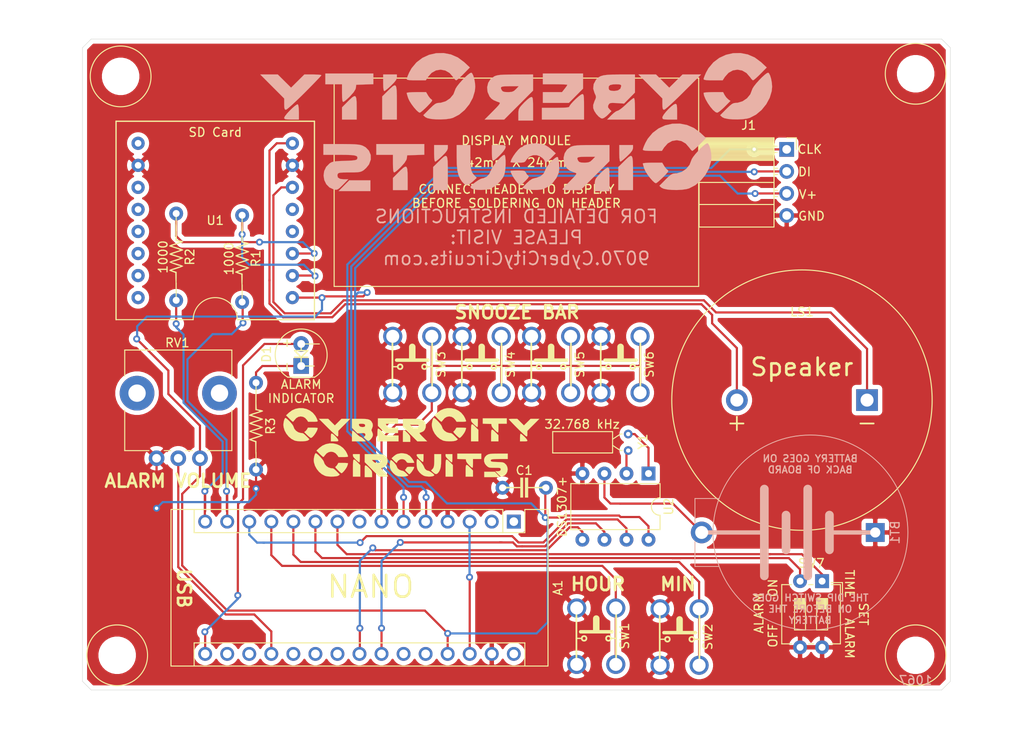
<source format=kicad_pcb>
(kicad_pcb (version 20171130) (host pcbnew "(5.1.9)-1")
  (layers (0 F.Cu signal) (31 B.Cu signal) (34 B.Paste user) (35 F.Paste user) (36 B.SilkS user) (37 F.SilkS user) (38 B.Mask user) (39 F.Mask user) (44 Edge.Cuts user))
  (net 0 "")
  (net 1 TX)
  (net 2 "Net-(A1-Pad17)")
  (net 3 RX)
  (net 4 AREF)
  (net 5 RESET)
  (net 6 A0)
  (net 7 GND)
  (net 8 A1)
  (net 9 D02)
  (net 10 A2)
  (net 11 D03)
  (net 12 A3)
  (net 13 D06)
  (net 14 A6)
  (net 15 ALARM_EN)
  (net 16 A7)
  (net 17 D08)
  (net 18 5V+)
  (net 19 D09)
  (net 20 "Net-(A1-Pad30)")
  (net 21 "Net-(D1-Pad1)")
  (net 22 SPKR+)
  (net 23 SPKR-)
  (net 24 "Net-(R1-Pad1)")
  (net 25 "Net-(R2-Pad1)")
  (net 26 Phono_Out_R)
  (net 27 Phono_Out_L)
  (net 28 "Net-(U1-Pad16)")
  (net 29 "Net-(U1-Pad15)")
  (net 30 "Net-(U1-Pad14)")
  (net 31 "Net-(U1-Pad13)")
  (net 32 "Net-(U1-Pad12)")
  (net 33 "Net-(U1-Pad11)")
  (net 34 "Net-(U1-Pad9)")
  (net 35 DFPLAYER_RX)
  (net 36 DFPLAYER_TX)
  (net 37 D10)
  (net 38 BLINK)
  (net 39 RTC_SDA)
  (net 40 RTC_SCL)
  (net 41 "Net-(BT1-Pad1)")
  (net 42 "Net-(U2-Pad1)")
  (net 43 "Net-(U2-Pad2)")
  (net 44 D04)
  (net 45 D05)
  (module Button_Switch_THT:SW_DIP_SPSTx02_Slide_6.7x6.64mm_W7.62mm_P2.54mm_LowProfile (layer F.Cu) (at 135.22 124.96 270)
    (fp_text reference SW7 (at -2.06 1.25 180) (layer F.SilkS))
    (fp_text value SW_DIP_x02)
    (pad 4 thru_hole oval (at 7.62 0 270) (size 1.6 1.6) (drill 0.8) (layers *.Cu *.Mask) (net 7 GND))
    (pad 2 thru_hole oval (at 0 2.54 270) (size 1.6 1.6) (drill 0.8) (layers *.Cu *.Mask) (net 15 ALARM_EN))
    (pad 3 thru_hole oval (at 7.62 2.54 270) (size 1.6 1.6) (drill 0.8) (layers *.Cu *.Mask) (net 7 GND))
    (pad 1 thru_hole rect (at 0 0 270) (size 1.6 1.6) (drill 0.8) (layers *.Cu *.Mask) (net 13 D06))
  )
  (module "CCC_Schematic_Footprints:Schematic - Capacitor 5.0mm" (layer F.Cu) (at 100.9 114.2)
    (fp_text reference C1 (at 0 -2 unlocked) (layer F.SilkS))
    (fp_text value 0.1uF)
    (pad 1 thru_hole circle (at -2.5 0) (size 1.6 1.6) (drill 0.8) (layers *.Cu *.Mask) (net 7 GND))
    (pad 2 thru_hole circle (at 2.5 0 90) (size 1.6 1.6) (drill 0.8) (layers *.Cu *.Mask) (net 18 5V+))
  )
  (module "CCC_Drawings:Logo - Cyber City Circuits - Two Line 30mm" (layer F.Cu) (at 87.884 108.966)
    (fp_text reference G*** hide)
    (fp_text value LOGO hide)
  )
  (module "CCC_Schematic_Footprints:Schematic - Push Button 6.5x4.5" (layer F.Cu) (at 112 100 270)
    (fp_text reference SW6 (at 0 -3.302 90 unlocked) (layer F.SilkS))
    (fp_text value SW_Push)
    (pad 2 thru_hole circle (at 3.25 2.25 270) (size 2.2 2.2) (drill 1.5) (layers *.Cu *.Mask) (net 7 GND))
    (pad 2 thru_hole circle (at -3.25 2.25 270) (size 2.2 2.2) (drill 1.5) (layers *.Cu *.Mask) (net 7 GND))
    (pad 1 thru_hole circle (at 3.25 -2.25 270) (size 2.2 2.2) (drill 1.5) (layers *.Cu *.Mask) (net 44 D04))
    (pad 1 thru_hole circle (at -3.25 -2.25 270) (size 2.2 2.2) (drill 1.5) (layers *.Cu *.Mask) (net 44 D04))
  )
  (module "CCC_Schematic_Footprints:Schematic - Push Button 6.5x4.5" (layer F.Cu) (at 104 100 270)
    (fp_text reference SW5 (at 0 -3.302 90 unlocked) (layer F.SilkS))
    (fp_text value SW_Push)
    (pad 2 thru_hole circle (at 3.25 2.25 270) (size 2.2 2.2) (drill 1.5) (layers *.Cu *.Mask) (net 7 GND))
    (pad 2 thru_hole circle (at -3.25 2.25 270) (size 2.2 2.2) (drill 1.5) (layers *.Cu *.Mask) (net 7 GND))
    (pad 1 thru_hole circle (at 3.25 -2.25 270) (size 2.2 2.2) (drill 1.5) (layers *.Cu *.Mask) (net 44 D04))
    (pad 1 thru_hole circle (at -3.25 -2.25 270) (size 2.2 2.2) (drill 1.5) (layers *.Cu *.Mask) (net 44 D04))
  )
  (module "CCC_Schematic_Footprints:Schematic - Push Button 6.5x4.5" (layer F.Cu) (at 96 100 270)
    (fp_text reference SW4 (at 0 -3.302 90 unlocked) (layer F.SilkS))
    (fp_text value SW_Push)
    (pad 2 thru_hole circle (at 3.25 2.25 270) (size 2.2 2.2) (drill 1.5) (layers *.Cu *.Mask) (net 7 GND))
    (pad 2 thru_hole circle (at -3.25 2.25 270) (size 2.2 2.2) (drill 1.5) (layers *.Cu *.Mask) (net 7 GND))
    (pad 1 thru_hole circle (at 3.25 -2.25 270) (size 2.2 2.2) (drill 1.5) (layers *.Cu *.Mask) (net 44 D04))
    (pad 1 thru_hole circle (at -3.25 -2.25 270) (size 2.2 2.2) (drill 1.5) (layers *.Cu *.Mask) (net 44 D04))
  )
  (module "CCC_Schematic_Footprints:Schematic - Push Button 6.5x4.5" (layer F.Cu) (at 88 100 270)
    (fp_text reference SW3 (at 0 -3.302 90 unlocked) (layer F.SilkS))
    (fp_text value SW_Push)
    (pad 2 thru_hole circle (at 3.25 2.25 270) (size 2.2 2.2) (drill 1.5) (layers *.Cu *.Mask) (net 7 GND))
    (pad 2 thru_hole circle (at -3.25 2.25 270) (size 2.2 2.2) (drill 1.5) (layers *.Cu *.Mask) (net 7 GND))
    (pad 1 thru_hole circle (at 3.25 -2.25 270) (size 2.2 2.2) (drill 1.5) (layers *.Cu *.Mask) (net 44 D04))
    (pad 1 thru_hole circle (at -3.25 -2.25 270) (size 2.2 2.2) (drill 1.5) (layers *.Cu *.Mask) (net 44 D04))
  )
  (module CCC-Parts-Library:TM1637-4-Digit-Display (layer F.Cu) (at 100 79)
    (fp_text reference J1 (at 26.76 -6.56) (layer F.SilkS))
    (fp_text value Conn_01x04_Female)
    (fp_text user "42mm X 24mm" (at 0 -2.26) (layer F.SilkS))
    (fp_text user "DISPLAY MODULE" (at 0 -4.8) (layer F.SilkS))
    (fp_text user CLK (at 33.8 -3.8) (layer F.SilkS))
    (fp_text user DI (at 33.2 -1.2) (layer F.SilkS))
    (fp_text user V+ (at 33.6 1.4) (layer F.SilkS))
    (fp_text user GND (at 34 3.9) (layer F.SilkS))
    (pad 1 thru_hole rect (at 31.14 -3.79) (size 1.7 1.7) (drill 1) (layers *.Cu *.Mask) (net 11 D03))
    (pad 2 thru_hole oval (at 31.14 -1.25) (size 1.7 1.7) (drill 1) (layers *.Cu *.Mask) (net 9 D02))
    (pad 3 thru_hole oval (at 31.14 1.29) (size 1.7 1.7) (drill 1) (layers *.Cu *.Mask) (net 18 5V+))
    (pad 4 thru_hole oval (at 31.14 3.83) (size 1.7 1.7) (drill 1) (layers *.Cu *.Mask) (net 7 GND))
  )
  (module CCC_Schematic_Footprints:Speaker_Large_Fuet (layer F.Cu) (at 132.9 104.1)
    (fp_text reference LS1 (at 0 -10.16) (layer F.SilkS))
    (fp_text value Speaker)
    (fp_text user + (at -7.5 2.54) (layer F.SilkS) (effects (font (size 2 2) (thickness 0.2))))
    (fp_text user - (at 7.5 2.54) (layer F.SilkS) (effects (font (size 2 2) (thickness 0.2))))
    (fp_text user Speaker (at 0 -3.81) (layer F.SilkS) (effects (font (size 2 2) (thickness 0.3))))
    (pad 1 thru_hole circle (at -7.5 0) (size 2.5 2.5) (drill 1.5) (layers *.Cu *.Mask) (net 23 SPKR-))
    (pad 2 thru_hole rect (at 7.5 0) (size 2.5 2.5) (drill 1.5) (layers *.Cu *.Mask) (net 22 SPKR+))
  )
  (module CCC-Parts-Library:DFPlayer_V2 (layer F.Cu) (at 65.3 83.4 180)
    (fp_text reference U1 (at 0 0) (layer F.SilkS))
    (fp_text value DFPlayer)
    (fp_text user "SD Card" (at 0 10.16) (layer F.SilkS))
    (pad 1 thru_hole circle (at -8.89 -8.89 180) (size 1.524 1.524) (drill 0.762) (layers *.Cu *.Mask) (net 18 5V+))
    (pad 2 thru_hole circle (at -8.89 -6.35 180) (size 1.524 1.524) (drill 0.762) (layers *.Cu *.Mask) (net 24 "Net-(R1-Pad1)"))
    (pad 3 thru_hole circle (at -8.89 -3.81 180) (size 1.524 1.524) (drill 0.762) (layers *.Cu *.Mask) (net 25 "Net-(R2-Pad1)"))
    (pad 4 thru_hole circle (at -8.89 -1.27 180) (size 1.524 1.524) (drill 0.762) (layers *.Cu *.Mask) (net 26 Phono_Out_R))
    (pad 5 thru_hole circle (at -8.89 1.27 180) (size 1.524 1.524) (drill 0.762) (layers *.Cu *.Mask) (net 27 Phono_Out_L))
    (pad 6 thru_hole circle (at -8.89 3.81 180) (size 1.524 1.524) (drill 0.762) (layers *.Cu *.Mask) (net 22 SPKR+))
    (pad 7 thru_hole circle (at -8.89 6.35 180) (size 1.524 1.524) (drill 0.762) (layers *.Cu *.Mask) (net 7 GND))
    (pad 8 thru_hole circle (at -8.89 8.89 180) (size 1.524 1.524) (drill 0.762) (layers *.Cu *.Mask) (net 23 SPKR-))
    (pad 16 thru_hole circle (at 8.89 -8.89 180) (size 1.524 1.524) (drill 0.762) (layers *.Cu *.Mask) (net 28 "Net-(U1-Pad16)"))
    (pad 15 thru_hole circle (at 8.89 -6.35 180) (size 1.524 1.524) (drill 0.762) (layers *.Cu *.Mask) (net 29 "Net-(U1-Pad15)"))
    (pad 14 thru_hole circle (at 8.89 -3.81 180) (size 1.524 1.524) (drill 0.762) (layers *.Cu *.Mask) (net 30 "Net-(U1-Pad14)"))
    (pad 13 thru_hole circle (at 8.89 -1.27 180) (size 1.524 1.524) (drill 0.762) (layers *.Cu *.Mask) (net 31 "Net-(U1-Pad13)"))
    (pad 12 thru_hole circle (at 8.89 1.27 180) (size 1.524 1.524) (drill 0.762) (layers *.Cu *.Mask) (net 32 "Net-(U1-Pad12)"))
    (pad 11 thru_hole circle (at 8.89 3.81 180) (size 1.524 1.524) (drill 0.762) (layers *.Cu *.Mask) (net 33 "Net-(U1-Pad11)"))
    (pad 10 thru_hole circle (at 8.89 6.35 180) (size 1.524 1.524) (drill 0.762) (layers *.Cu *.Mask) (net 7 GND))
    (pad 9 thru_hole circle (at 8.89 8.89 180) (size 1.524 1.524) (drill 0.762) (layers *.Cu *.Mask) (net 34 "Net-(U1-Pad9)"))
  )
  (module "CCC_Schematic_Footprints:3mm Mount Hole" (layer F.Cu) (at 146 66.5)
    (fp_text reference " " hide)
    (fp_text value 3mm_Hole)
    (pad "" np_thru_hole circle (at 0 0) (size 3.3 3.3) (drill 3.3) (layers *.Cu *.Mask))
  )
  (module "CCC_Schematic_Footprints:3mm Mount Hole" (layer F.Cu) (at 146 133.5)
    (fp_text reference " " hide)
    (fp_text value 3mm_Hole)
    (pad "" np_thru_hole circle (at 0 0) (size 3.3 3.3) (drill 3.3) (layers *.Cu *.Mask))
  )
  (module "CCC_Schematic_Footprints:3mm Mount Hole" (layer F.Cu) (at 54 133.5)
    (fp_text reference " " hide)
    (fp_text value 3mm_Hole)
    (pad "" np_thru_hole circle (at 0 0) (size 3.3 3.3) (drill 3.3) (layers *.Cu *.Mask))
  )
  (module "CCC_Schematic_Footprints:3mm Mount Hole" (layer F.Cu) (at 54.4 66.8)
    (fp_text reference " " hide)
    (fp_text value 3mm_Hole)
    (pad "" np_thru_hole circle (at 0 0) (size 3.3 3.3) (drill 3.3) (layers *.Cu *.Mask))
  )
  (module "CCC_Drawings:Logo - Cyber City Circuits - Two Line 60mm" (layer B.Cu) (at 100 72 180)
    (fp_text reference G*** hide)
    (fp_text value LOGO hide)
  )
  (module Module:Arduino_Nano (layer F.Cu) (at 99.7 118.1 270)
    (fp_text reference A1 (at 7.62 -5.08 90) (layer F.SilkS))
    (fp_text value Arduino_Nano_Every)
    (pad 1 thru_hole rect (at 0 0 270) (size 1.6 1.6) (drill 1) (layers *.Cu *.Mask) (net 1 TX))
    (pad 17 thru_hole oval (at 15.24 33.02 270) (size 1.6 1.6) (drill 1) (layers *.Cu *.Mask) (net 2 "Net-(A1-Pad17)"))
    (pad 2 thru_hole oval (at 0 2.54 270) (size 1.6 1.6) (drill 1) (layers *.Cu *.Mask) (net 3 RX))
    (pad 18 thru_hole oval (at 15.24 30.48 270) (size 1.6 1.6) (drill 1) (layers *.Cu *.Mask) (net 4 AREF))
    (pad 3 thru_hole oval (at 0 5.08 270) (size 1.6 1.6) (drill 1) (layers *.Cu *.Mask) (net 5 RESET))
    (pad 19 thru_hole oval (at 15.24 27.94 270) (size 1.6 1.6) (drill 1) (layers *.Cu *.Mask) (net 6 A0))
    (pad 4 thru_hole oval (at 0 7.62 270) (size 1.6 1.6) (drill 1) (layers *.Cu *.Mask) (net 7 GND))
    (pad 20 thru_hole oval (at 15.24 25.4 270) (size 1.6 1.6) (drill 1) (layers *.Cu *.Mask) (net 8 A1))
    (pad 5 thru_hole oval (at 0 10.16 270) (size 1.6 1.6) (drill 1) (layers *.Cu *.Mask) (net 9 D02))
    (pad 21 thru_hole oval (at 15.24 22.86 270) (size 1.6 1.6) (drill 1) (layers *.Cu *.Mask) (net 10 A2))
    (pad 6 thru_hole oval (at 0 12.7 270) (size 1.6 1.6) (drill 1) (layers *.Cu *.Mask) (net 11 D03))
    (pad 22 thru_hole oval (at 15.24 20.32 270) (size 1.6 1.6) (drill 1) (layers *.Cu *.Mask) (net 12 A3))
    (pad 7 thru_hole oval (at 0 15.24 270) (size 1.6 1.6) (drill 1) (layers *.Cu *.Mask) (net 44 D04))
    (pad 23 thru_hole oval (at 15.24 17.78 270) (size 1.6 1.6) (drill 1) (layers *.Cu *.Mask) (net 39 RTC_SDA))
    (pad 8 thru_hole oval (at 0 17.78 270) (size 1.6 1.6) (drill 1) (layers *.Cu *.Mask) (net 45 D05))
    (pad 24 thru_hole oval (at 15.24 15.24 270) (size 1.6 1.6) (drill 1) (layers *.Cu *.Mask) (net 40 RTC_SCL))
    (pad 9 thru_hole oval (at 0 20.32 270) (size 1.6 1.6) (drill 1) (layers *.Cu *.Mask) (net 13 D06))
    (pad 25 thru_hole oval (at 15.24 12.7 270) (size 1.6 1.6) (drill 1) (layers *.Cu *.Mask) (net 14 A6))
    (pad 10 thru_hole oval (at 0 22.86 270) (size 1.6 1.6) (drill 1) (layers *.Cu *.Mask) (net 15 ALARM_EN))
    (pad 26 thru_hole oval (at 15.24 10.16 270) (size 1.6 1.6) (drill 1) (layers *.Cu *.Mask) (net 16 A7))
    (pad 11 thru_hole oval (at 0 25.4 270) (size 1.6 1.6) (drill 1) (layers *.Cu *.Mask) (net 17 D08))
    (pad 27 thru_hole oval (at 15.24 7.62 270) (size 1.6 1.6) (drill 1) (layers *.Cu *.Mask) (net 18 5V+))
    (pad 12 thru_hole oval (at 0 27.94 270) (size 1.6 1.6) (drill 1) (layers *.Cu *.Mask) (net 19 D09))
    (pad 28 thru_hole oval (at 15.24 5.08 270) (size 1.6 1.6) (drill 1) (layers *.Cu *.Mask) (net 5 RESET))
    (pad 13 thru_hole oval (at 0 30.48 270) (size 1.6 1.6) (drill 1) (layers *.Cu *.Mask) (net 37 D10))
    (pad 29 thru_hole oval (at 15.24 2.54 270) (size 1.6 1.6) (drill 1) (layers *.Cu *.Mask) (net 7 GND))
    (pad 14 thru_hole oval (at 0 33.02 270) (size 1.6 1.6) (drill 1) (layers *.Cu *.Mask) (net 35 DFPLAYER_RX))
    (pad 30 thru_hole oval (at 15.24 0 270) (size 1.6 1.6) (drill 1) (layers *.Cu *.Mask) (net 20 "Net-(A1-Pad30)"))
    (pad 15 thru_hole oval (at 0 35.56 270) (size 1.6 1.6) (drill 1) (layers *.Cu *.Mask) (net 36 DFPLAYER_TX))
    (pad 16 thru_hole oval (at 15.24 35.56 270) (size 1.6 1.6) (drill 1) (layers *.Cu *.Mask) (net 38 BLINK))
  )
  (module "CCC_Schematic_Footprints:Schematic - LED 5mm(2.56P) 003" (layer F.Cu) (at 75.2 98.9)
    (fp_text reference D1 (at -4 -0.1 90) (layer F.SilkS))
    (fp_text value LED)
    (fp_text user "-  +" (at -1.7 0 270) (layer F.SilkS))
    (pad 2 thru_hole circle (at 0 -1.27 90) (size 1.8 1.8) (drill 0.9) (layers *.Cu *.Mask) (net 38 BLINK))
    (pad 1 thru_hole rect (at 0 1.27 90) (size 1.8 1.8) (drill 0.9) (layers *.Cu *.Mask) (net 21 "Net-(D1-Pad1)"))
  )
  (module "CCC_Schematic_Footprints:Schematic - Resistor 10.00mm" (layer F.Cu) (at 68.4 87.8 270)
    (fp_text reference R1 (at 0 -1.58 270) (layer F.SilkS))
    (fp_text value 1000 (at 0 1.51 270) (layer F.SilkS))
    (pad 2 thru_hole circle (at 5 0 270) (size 1.6 1.6) (drill 0.8) (layers *.Cu *.Mask) (net 35 DFPLAYER_RX))
    (pad 1 thru_hole circle (at -5 0 270) (size 1.6 1.6) (drill 0.8) (layers *.Cu *.Mask) (net 24 "Net-(R1-Pad1)"))
  )
  (module "CCC_Schematic_Footprints:Schematic - Resistor 10.00mm" (layer F.Cu) (at 60.8 87.6 270)
    (fp_text reference R2 (at 0 -1.58 270) (layer F.SilkS))
    (fp_text value 1000 (at 0 1.51 270) (layer F.SilkS))
    (pad 1 thru_hole circle (at -5 0 270) (size 1.6 1.6) (drill 0.8) (layers *.Cu *.Mask) (net 25 "Net-(R2-Pad1)"))
    (pad 2 thru_hole circle (at 5 0 270) (size 1.6 1.6) (drill 0.8) (layers *.Cu *.Mask) (net 36 DFPLAYER_TX))
  )
  (module "CCC_Schematic_Footprints:Schematic - Resistor 10.00mm" (layer F.Cu) (at 70 107.1 270)
    (fp_text reference R3 (at -0.01 -1.67 270) (layer F.SilkS))
    (fp_text value 1K hide)
    (pad 2 thru_hole circle (at 5 0 270) (size 1.6 1.6) (drill 0.8) (layers *.Cu *.Mask) (net 7 GND))
    (pad 1 thru_hole circle (at -5 0 270) (size 1.6 1.6) (drill 0.8) (layers *.Cu *.Mask) (net 21 "Net-(D1-Pad1)"))
  )
  (module CCC-Parts-Library:Potentiometer_Alps_RK09L_Single_Vertical (layer F.Cu) (at 61 110.8 90)
    (fp_text reference RV1 (at 13.3015 -0.0635) (layer F.SilkS))
    (fp_text value R_POT)
    (pad "" np_thru_hole circle (at 7.5 4.79 90) (size 4 4) (drill 2) (layers *.Cu *.Mask))
    (pad "" np_thru_hole circle (at 7.5 -4.71 90) (size 4 4) (drill 2) (layers *.Cu *.Mask))
    (pad 1 thru_hole circle (at 0 2.54 90) (size 1.8 1.8) (drill 1) (layers *.Cu *.Mask) (net 18 5V+))
    (pad 2 thru_hole circle (at 0 0.04 90) (size 1.8 1.8) (drill 1) (layers *.Cu *.Mask) (net 6 A0))
    (pad 3 thru_hole circle (at 0 -2.46 90) (size 1.8 1.8) (drill 1) (layers *.Cu *.Mask) (net 7 GND))
  )
  (module "CCC_Schematic_Footprints:Schematic - Push Button 6.5x4.5" (layer F.Cu) (at 109.2 131.3 270)
    (fp_text reference SW1 (at -0.02 -3.266 90 unlocked) (layer F.SilkS))
    (fp_text value SW_Push)
    (pad 1 thru_hole circle (at -3.25 -2.25 270) (size 2.2 2.2) (drill 1.5) (layers *.Cu *.Mask) (net 19 D09))
    (pad 1 thru_hole circle (at 3.25 -2.25 270) (size 2.2 2.2) (drill 1.5) (layers *.Cu *.Mask) (net 19 D09))
    (pad 2 thru_hole circle (at -3.25 2.25 270) (size 2.2 2.2) (drill 1.5) (layers *.Cu *.Mask) (net 7 GND))
    (pad 2 thru_hole circle (at 3.25 2.25 270) (size 2.2 2.2) (drill 1.5) (layers *.Cu *.Mask) (net 7 GND))
  )
  (module "CCC_Schematic_Footprints:Schematic - Push Button 6.5x4.5" (layer F.Cu) (at 118.8 131.4 270)
    (fp_text reference SW2 (at -0.02 -3.266 90 unlocked) (layer F.SilkS))
    (fp_text value SW_Push)
    (pad 2 thru_hole circle (at 3.25 2.25 270) (size 2.2 2.2) (drill 1.5) (layers *.Cu *.Mask) (net 7 GND))
    (pad 2 thru_hole circle (at -3.25 2.25 270) (size 2.2 2.2) (drill 1.5) (layers *.Cu *.Mask) (net 7 GND))
    (pad 1 thru_hole circle (at 3.25 -2.25 270) (size 2.2 2.2) (drill 1.5) (layers *.Cu *.Mask) (net 17 D08))
    (pad 1 thru_hole circle (at -3.25 -2.25 270) (size 2.2 2.2) (drill 1.5) (layers *.Cu *.Mask) (net 17 D08))
  )
  (module "CCC_Schematic_Footprints:Schematic - Battery CR2032" (layer B.Cu) (at 131.44 119.35 180)
    (fp_text reference BT1 (at -12.192 0 90) (layer B.SilkS) (effects (justify mirror)))
    (fp_text value Battery_Cell)
    (pad 1 thru_hole circle (at 10.094 0 180) (size 2.5 2.5) (drill 1.5) (layers *.Cu *.Mask) (net 41 "Net-(BT1-Pad1)"))
    (pad 2 thru_hole rect (at -9.906 0 180) (size 2.17 2.17) (drill 1.17) (layers *.Cu *.Mask) (net 7 GND))
  )
  (module Package_DIP:DIP-8_W7.62mm (layer F.Cu) (at 115.22 112.56 270)
    (fp_text reference U2 (at 3.81 -2.33 90) (layer F.SilkS))
    (fp_text value DS1307+ (at 3.81 9.95 90) (layer F.SilkS))
    (pad 1 thru_hole rect (at 0 0 270) (size 1.6 1.6) (drill 0.8) (layers *.Cu *.Mask) (net 42 "Net-(U2-Pad1)"))
    (pad 5 thru_hole oval (at 7.62 7.62 270) (size 1.6 1.6) (drill 0.8) (layers *.Cu *.Mask) (net 39 RTC_SDA))
    (pad 2 thru_hole oval (at 0 2.54 270) (size 1.6 1.6) (drill 0.8) (layers *.Cu *.Mask) (net 43 "Net-(U2-Pad2)"))
    (pad 6 thru_hole oval (at 7.62 5.08 270) (size 1.6 1.6) (drill 0.8) (layers *.Cu *.Mask) (net 40 RTC_SCL))
    (pad 3 thru_hole oval (at 0 5.08 270) (size 1.6 1.6) (drill 0.8) (layers *.Cu *.Mask) (net 41 "Net-(BT1-Pad1)"))
    (pad 7 thru_hole oval (at 7.62 2.54 270) (size 1.6 1.6) (drill 0.8) (layers *.Cu *.Mask) (net 37 D10))
    (pad 4 thru_hole oval (at 0 7.62 270) (size 1.6 1.6) (drill 0.8) (layers *.Cu *.Mask) (net 7 GND))
    (pad 8 thru_hole oval (at 7.62 0 270) (size 1.6 1.6) (drill 0.8) (layers *.Cu *.Mask) (net 18 5V+))
  )
  (module Crystal:Crystal_C26-LF_D2.1mm_L6.5mm_Horizontal (layer F.Cu) (at 112.88 108.01 270)
    (fp_text reference Y1 (at 0.87 -1.69 90) (layer F.SilkS))
    (fp_text value Crystal)
    (pad 1 thru_hole circle (at 0 0 270) (size 1 1) (drill 0.5) (layers *.Cu *.Mask) (net 42 "Net-(U2-Pad1)"))
    (pad 2 thru_hole circle (at 1.9 0 270) (size 1 1) (drill 0.5) (layers *.Cu *.Mask) (net 43 "Net-(U2-Pad2)"))
  )
  (gr_text "THE DIP SWITCH GOES\nON BEFORE THE\nBATTERY" (at 133.85 128.17) (layer B.SilkS) (effects (font (size 0.8 0.8)) (justify mirror)))
  (gr_text "BATTERY GOES ON\nBACK OF BOARD" (at 133.85 111.48) (layer B.SilkS) (effects (font (size 0.8 0.8)) (justify mirror)))
  (gr_text "FOR DETAILED INSTRUCTIONS\nPLEASE VISIT:\n9070.CyberCityCircuits.com" (at 100 85.36) (layer B.SilkS) (effects (font (size 1.5 1.5) (thickness 0.2)) (justify mirror)))
  (gr_text 1067 (at 145.98 136.38) (layer B.SilkS) (effects (font (size 1 1)) (justify mirror)))
  (gr_text "ALARM\nINDICATOR" (at 75.2 103.1) (layer F.SilkS) (effects (font (size 1 1))))
  (gr_text NANO (at 83.2 125.6) (layer F.SilkS) (effects (font (size 2.5 2.5) (thickness 0.3))))
  (gr_text "SNOOZE BAR" (at 100.076 93.98) (layer F.SilkS) (effects (font (size 1.5 1.5) (thickness 0.3))))
  (gr_text "CONNECT HEADER TO DISPLAY\nBEFORE SOLDERING ON HEADER" (at 100 80.61) (layer F.SilkS) (effects (font (size 1 1))))
  (gr_text USB (at 61.69 125.79 270) (layer F.SilkS) (effects (font (size 1.5 1.5) (thickness 0.3))))
  (gr_text "32.768 kHz" (at 107.57 106.88) (layer F.SilkS) (effects (font (size 1 1))))
  (gr_text "ALARM VOLUME" (at 61 113.4) (layer F.SilkS) (effects (font (size 1.5 1.5) (thickness 0.3))))
  (gr_line (start 150 63.5) (end 149 62.5) (layer Edge.Cuts) (width 0.05))
  (gr_line (start 51 62.5) (end 50 63.5) (layer Edge.Cuts) (width 0.05))
  (gr_line (start 51 137.5) (end 50 136.5) (layer Edge.Cuts) (width 0.05))
  (gr_line (start 149 137.5) (end 150 136.5) (layer Edge.Cuts) (width 0.05))
  (gr_text "ALARM\nOFF    ON" (at 128.75 128.65 90) (layer F.SilkS) (effects (font (size 1 1))))
  (gr_text "SET\nTIME   ALARM" (at 139.18 128.76 270) (layer F.SilkS) (effects (font (size 1 1))))
  (gr_text MIN (at 118.6 125.3) (layer F.SilkS) (effects (font (size 1.5 1.5) (thickness 0.3))))
  (gr_text HOUR (at 109.4 125.3) (layer F.SilkS) (effects (font (size 1.5 1.5) (thickness 0.3))))
  (gr_line (start 50 63.5) (end 50 136.5) (layer Edge.Cuts) (width 0.05))
  (gr_line (start 51 62.5) (end 149 62.5) (layer Edge.Cuts) (width 0.05))
  (gr_line (start 150 63.5) (end 150 136.5) (layer Edge.Cuts) (width 0.05))
  (gr_line (start 51 137.5) (end 149 137.5) (layer Edge.Cuts) (width 0.05))
  (segment (start 94.62 124.52) (end 94.6 124.5) (width 0.25) (layer F.Cu) (net 5))
  (via (at 94.6 124.5) (size 0.8) (drill 0.4) (layers F.Cu B.Cu) (net 5))
  (segment (start 94.62 133.34) (end 94.62 124.52) (width 0.25) (layer F.Cu) (net 5))
  (segment (start 94.6 118.12) (end 94.62 118.1) (width 0.25) (layer B.Cu) (net 5))
  (segment (start 94.6 124.5) (end 94.6 118.12) (width 0.25) (layer B.Cu) (net 5))
  (segment (start 61.04 110.8) (end 61.04 123.34) (width 0.25) (layer F.Cu) (net 6))
  (segment (start 61.04 123.34) (end 66.5 128.8) (width 0.25) (layer F.Cu) (net 6))
  (segment (start 66.5 128.8) (end 69.8 128.8) (width 0.25) (layer F.Cu) (net 6))
  (segment (start 71.76 130.76) (end 71.76 133.34) (width 0.25) (layer F.Cu) (net 6))
  (segment (start 69.8 128.8) (end 71.76 130.76) (width 0.25) (layer F.Cu) (net 6))
  (via (at 70 114.3) (size 0.8) (drill 0.4) (layers F.Cu B.Cu) (net 7))
  (segment (start 70 114.3) (end 70 112.1) (width 0.25) (layer F.Cu) (net 7))
  (segment (start 58.54 116.56) (end 58.5 116.6) (width 0.25) (layer F.Cu) (net 7))
  (segment (start 58.54 110.8) (end 58.54 116.56) (width 0.25) (layer F.Cu) (net 7))
  (via (at 58.54 116.56) (size 0.8) (drill 0.4) (layers F.Cu B.Cu) (net 7))
  (segment (start 70 114.3) (end 70 115) (width 0.25) (layer B.Cu) (net 7))
  (segment (start 59.25 115.85) (end 58.54 116.56) (width 0.25) (layer B.Cu) (net 7))
  (segment (start 69.15 115.85) (end 59.25 115.85) (width 0.25) (layer B.Cu) (net 7))
  (segment (start 70 115) (end 69.15 115.85) (width 0.25) (layer B.Cu) (net 7))
  (segment (start 89.6 118.1) (end 89.6 115.3) (width 0.25) (layer F.Cu) (net 9))
  (via (at 89.6 115.3) (size 0.8) (drill 0.4) (layers F.Cu B.Cu) (net 9))
  (via (at 127.4 77.8) (size 0.8) (drill 0.4) (layers F.Cu B.Cu) (net 9))
  (segment (start 127.45 77.75) (end 127.4 77.8) (width 0.25) (layer F.Cu) (net 9))
  (segment (start 131.14 77.75) (end 127.45 77.75) (width 0.25) (layer F.Cu) (net 9))
  (segment (start 91.83641 77.8) (end 127.4 77.8) (width 0.25) (layer B.Cu) (net 9))
  (segment (start 87.5 82.13641) (end 91.83641 77.8) (width 0.25) (layer B.Cu) (net 9))
  (segment (start 87.5 82.13641) (end 87.5 82.172) (width 0.25) (layer B.Cu) (net 9))
  (segment (start 87.5 82.172) (end 80.96801 88.70399) (width 0.25) (layer B.Cu) (net 9))
  (segment (start 80.96801 88.70399) (end 80.96801 107.5096) (width 0.25) (layer B.Cu) (net 9))
  (segment (start 80.96801 107.5096) (end 87.50441 114.046) (width 0.25) (layer B.Cu) (net 9))
  (segment (start 89.03 114.046) (end 89.6 114.616) (width 0.25) (layer B.Cu) (net 9))
  (segment (start 87.50441 114.046) (end 89.03 114.046) (width 0.25) (layer B.Cu) (net 9))
  (segment (start 89.6 115.3) (end 89.6 114.616) (width 0.25) (layer B.Cu) (net 9))
  (via (at 87 115.3) (size 0.8) (drill 0.4) (layers F.Cu B.Cu) (net 11))
  (segment (start 87 118.1) (end 87 115.3) (width 0.25) (layer F.Cu) (net 11))
  (via (at 127.4 75.2) (size 0.8) (drill 0.4) (layers F.Cu B.Cu) (net 11))
  (segment (start 127.41 75.21) (end 127.4 75.2) (width 0.25) (layer F.Cu) (net 11))
  (segment (start 131.14 75.21) (end 127.41 75.21) (width 0.25) (layer F.Cu) (net 11))
  (segment (start 127.4 75.2) (end 124.6 75.2) (width 0.25) (layer B.Cu) (net 11))
  (segment (start 124.6 75.2) (end 122.45001 77.34999) (width 0.25) (layer B.Cu) (net 11))
  (segment (start 91.65001 77.34999) (end 91.1 77.9) (width 0.25) (layer B.Cu) (net 11))
  (segment (start 122.45001 77.34999) (end 91.65001 77.34999) (width 0.25) (layer B.Cu) (net 11))
  (segment (start 87 115.3) (end 87 114.178) (width 0.25) (layer B.Cu) (net 11))
  (segment (start 87 114.178) (end 80.518 107.696) (width 0.25) (layer B.Cu) (net 11))
  (segment (start 80.518 88.482) (end 87.294 81.706) (width 0.25) (layer B.Cu) (net 11))
  (segment (start 80.518 107.696) (end 80.518 88.482) (width 0.25) (layer B.Cu) (net 11))
  (segment (start 87.294 81.706) (end 91.1 77.9) (width 0.25) (layer B.Cu) (net 11))
  (segment (start 87 82) (end 87.294 81.706) (width 0.25) (layer B.Cu) (net 11))
  (segment (start 79.38 118.1) (end 79.38 120.78) (width 0.25) (layer F.Cu) (net 13))
  (segment (start 79.38 120.78) (end 80.449971 121.849971) (width 0.25) (layer F.Cu) (net 13))
  (segment (start 135.22 124.96) (end 135.22 124.18) (width 0.25) (layer F.Cu) (net 13))
  (segment (start 132.889971 121.849971) (end 128.910029 121.849971) (width 0.25) (layer F.Cu) (net 13))
  (segment (start 135.22 124.18) (end 132.889971 121.849971) (width 0.25) (layer F.Cu) (net 13))
  (segment (start 128.910029 121.849971) (end 129.249971 121.849971) (width 0.25) (layer F.Cu) (net 13))
  (segment (start 80.449971 121.849971) (end 128.910029 121.849971) (width 0.25) (layer F.Cu) (net 13))
  (segment (start 76.84 118.1) (end 76.84 121.53998) (width 0.25) (layer F.Cu) (net 15))
  (segment (start 76.84 121.53998) (end 77.6 122.29998) (width 0.25) (layer F.Cu) (net 15))
  (segment (start 117.97002 122.29998) (end 118.936391 122.299981) (width 0.25) (layer F.Cu) (net 15))
  (segment (start 77.6 122.29998) (end 117.97002 122.29998) (width 0.25) (layer F.Cu) (net 15))
  (segment (start 122.61002 122.29998) (end 117.97002 122.29998) (width 0.25) (layer F.Cu) (net 15))
  (segment (start 131.379981 122.299981) (end 122.61002 122.29998) (width 0.25) (layer F.Cu) (net 15))
  (segment (start 132.68 123.6) (end 131.379981 122.299981) (width 0.25) (layer F.Cu) (net 15))
  (segment (start 132.68 124.96) (end 132.68 123.6) (width 0.25) (layer F.Cu) (net 15))
  (segment (start 121.05 128.15) (end 121.05 125.05) (width 0.25) (layer F.Cu) (net 17))
  (segment (start 121.05 125.05) (end 118.74999 122.74999) (width 0.25) (layer F.Cu) (net 17))
  (segment (start 118.74999 122.74999) (end 75.14999 122.74999) (width 0.25) (layer F.Cu) (net 17))
  (segment (start 74.3 121.9) (end 74.3 118.1) (width 0.25) (layer F.Cu) (net 17))
  (segment (start 75.14999 122.74999) (end 74.3 121.9) (width 0.25) (layer F.Cu) (net 17))
  (segment (start 121.05 128.15) (end 121.05 134.65) (width 0.25) (layer F.Cu) (net 17))
  (segment (start 66.6864 128.34999) (end 89.44999 128.34999) (width 0.25) (layer F.Cu) (net 18))
  (segment (start 92.08 130.98) (end 92.08 133.34) (width 0.25) (layer F.Cu) (net 18))
  (segment (start 61.49001 123.1536) (end 66.6864 128.34999) (width 0.25) (layer F.Cu) (net 18))
  (segment (start 61.49001 114.90999) (end 61.49001 123.1536) (width 0.25) (layer F.Cu) (net 18))
  (segment (start 89.44999 128.34999) (end 92.08 130.98) (width 0.25) (layer F.Cu) (net 18))
  (segment (start 63.54 112.86) (end 61.49001 114.90999) (width 0.25) (layer F.Cu) (net 18))
  (segment (start 63.54 110.8) (end 63.54 112.86) (width 0.25) (layer F.Cu) (net 18))
  (segment (start 59.9 103.4) (end 59.9 100.7) (width 0.25) (layer F.Cu) (net 18))
  (segment (start 63.54 107.04) (end 59.9 103.4) (width 0.25) (layer F.Cu) (net 18))
  (segment (start 63.54 110.8) (end 63.54 107.04) (width 0.25) (layer F.Cu) (net 18))
  (via (at 127.5 80.3) (size 0.8) (drill 0.4) (layers F.Cu B.Cu) (net 18))
  (segment (start 127.51 80.29) (end 127.5 80.3) (width 0.25) (layer F.Cu) (net 18))
  (segment (start 131.14 80.29) (end 127.51 80.29) (width 0.25) (layer F.Cu) (net 18))
  (segment (start 103.6 117.9) (end 103.6 129.7) (width 0.25) (layer B.Cu) (net 18))
  (via (at 92.08 130.98) (size 0.8) (drill 0.4) (layers F.Cu B.Cu) (net 18))
  (segment (start 102.32 130.98) (end 92.08 130.98) (width 0.25) (layer B.Cu) (net 18))
  (segment (start 103.6 129.7) (end 102.32 130.98) (width 0.25) (layer B.Cu) (net 18))
  (via (at 77.6 92.3) (size 0.8) (drill 0.4) (layers F.Cu B.Cu) (net 18))
  (segment (start 77.59 92.29) (end 77.6 92.3) (width 0.25) (layer F.Cu) (net 18))
  (segment (start 74.19 92.29) (end 77.59 92.29) (width 0.25) (layer F.Cu) (net 18))
  (segment (start 77.6 92.3) (end 77.6 93.7) (width 0.25) (layer B.Cu) (net 18))
  (segment (start 77.6 93.7) (end 76.8 94.5) (width 0.25) (layer B.Cu) (net 18))
  (segment (start 76.774999 94.474999) (end 57.425001 94.474999) (width 0.25) (layer B.Cu) (net 18))
  (segment (start 76.8 94.5) (end 76.774999 94.474999) (width 0.25) (layer B.Cu) (net 18))
  (segment (start 57.425001 94.474999) (end 56.3 95.6) (width 0.25) (layer B.Cu) (net 18))
  (via (at 56.25 97.05) (size 0.8) (drill 0.4) (layers F.Cu B.Cu) (net 18))
  (segment (start 56.3 97) (end 56.25 97.05) (width 0.25) (layer B.Cu) (net 18))
  (segment (start 56.3 95.6) (end 56.3 97) (width 0.25) (layer B.Cu) (net 18))
  (segment (start 59.9 100.7) (end 56.25 97.05) (width 0.25) (layer F.Cu) (net 18))
  (via (at 103.33 117.63) (size 0.8) (drill 0.4) (layers F.Cu B.Cu) (net 18))
  (segment (start 103.39 117.57) (end 103.33 117.63) (width 0.25) (layer F.Cu) (net 18))
  (segment (start 103.33 117.63) (end 103.6 117.9) (width 0.25) (layer B.Cu) (net 18))
  (segment (start 104.93 117.63) (end 103.33 117.63) (width 0.25) (layer F.Cu) (net 18))
  (segment (start 105.34718 117.63) (end 104.93 117.63) (width 0.25) (layer F.Cu) (net 18))
  (segment (start 105.5772 117.39998) (end 105.34718 117.63) (width 0.25) (layer F.Cu) (net 18))
  (segment (start 111.83639 117.39998) (end 105.5772 117.39998) (width 0.25) (layer F.Cu) (net 18))
  (segment (start 112.00641 117.57) (end 111.83639 117.39998) (width 0.25) (layer F.Cu) (net 18))
  (segment (start 114.16 117.57) (end 112.00641 117.57) (width 0.25) (layer F.Cu) (net 18))
  (segment (start 115.22 118.63) (end 114.16 117.57) (width 0.25) (layer F.Cu) (net 18))
  (segment (start 115.22 120.18) (end 115.22 118.63) (width 0.25) (layer F.Cu) (net 18))
  (segment (start 123.45001 78.25001) (end 125.5 80.3) (width 0.25) (layer B.Cu) (net 18))
  (segment (start 92.02281 78.25001) (end 123.45001 78.25001) (width 0.25) (layer B.Cu) (net 18))
  (segment (start 88.138 82.13482) (end 92.02281 78.25001) (width 0.25) (layer B.Cu) (net 18))
  (segment (start 81.41802 88.89039) (end 88.138 82.17041) (width 0.25) (layer B.Cu) (net 18))
  (segment (start 125.5 80.3) (end 127.5 80.3) (width 0.25) (layer B.Cu) (net 18))
  (segment (start 87.63282 113.538) (end 81.41802 107.3232) (width 0.25) (layer B.Cu) (net 18))
  (segment (start 88.138 82.17041) (end 88.138 82.13482) (width 0.25) (layer B.Cu) (net 18))
  (segment (start 77.6 92.3) (end 77.75001 92.14999) (width 0.25) (layer F.Cu) (net 18))
  (segment (start 77.75001 92.14999) (end 79.9136 92.14999) (width 0.25) (layer F.Cu) (net 18))
  (via (at 82.804 91.694) (size 0.8) (drill 0.4) (layers F.Cu B.Cu) (net 18))
  (segment (start 82.34801 92.14999) (end 82.804 91.694) (width 0.25) (layer F.Cu) (net 18))
  (segment (start 79.9136 92.14999) (end 82.34801 92.14999) (width 0.25) (layer F.Cu) (net 18))
  (segment (start 81.788 91.694) (end 81.41802 92.06398) (width 0.25) (layer B.Cu) (net 18))
  (segment (start 82.804 91.694) (end 81.788 91.694) (width 0.25) (layer B.Cu) (net 18))
  (segment (start 81.41802 92.06398) (end 81.41802 88.89039) (width 0.25) (layer B.Cu) (net 18))
  (segment (start 81.41802 107.3232) (end 81.41802 92.06398) (width 0.25) (layer B.Cu) (net 18))
  (segment (start 103.33 114.27) (end 103.4 114.2) (width 0.25) (layer F.Cu) (net 18))
  (segment (start 103.33 117.63) (end 103.33 114.27) (width 0.25) (layer F.Cu) (net 18))
  (segment (start 103.33 117.63) (end 101.7 116) (width 0.25) (layer B.Cu) (net 18))
  (segment (start 88.838 113.538) (end 89.538 113.538) (width 0.25) (layer B.Cu) (net 18))
  (segment (start 88.838 113.538) (end 87.63282 113.538) (width 0.25) (layer B.Cu) (net 18))
  (segment (start 92 116) (end 92.4 116) (width 0.25) (layer B.Cu) (net 18))
  (segment (start 89.538 113.538) (end 92 116) (width 0.25) (layer B.Cu) (net 18))
  (segment (start 101.7 116) (end 92.4 116) (width 0.25) (layer B.Cu) (net 18))
  (segment (start 111.45 128.05) (end 111.45 124.75) (width 0.25) (layer F.Cu) (net 19))
  (segment (start 111.45 124.75) (end 109.9 123.2) (width 0.25) (layer F.Cu) (net 19))
  (segment (start 109.9 123.2) (end 73 123.2) (width 0.25) (layer F.Cu) (net 19))
  (segment (start 71.76 121.96) (end 71.76 118.1) (width 0.25) (layer F.Cu) (net 19))
  (segment (start 73 123.2) (end 71.76 121.96) (width 0.25) (layer F.Cu) (net 19))
  (segment (start 111.45 128.05) (end 111.45 134.55) (width 0.25) (layer F.Cu) (net 19))
  (segment (start 70.73 100.17) (end 70 100.9) (width 0.25) (layer F.Cu) (net 21))
  (segment (start 75.2 100.17) (end 70.73 100.17) (width 0.25) (layer F.Cu) (net 21))
  (segment (start 70 102.1) (end 70 100.9) (width 0.25) (layer F.Cu) (net 21))
  (segment (start 72.91 79.59) (end 74.19 79.59) (width 0.25) (layer F.Cu) (net 22))
  (segment (start 72 80.5) (end 72.91 79.59) (width 0.25) (layer F.Cu) (net 22))
  (segment (start 72 92.8) (end 72 80.5) (width 0.25) (layer F.Cu) (net 22))
  (segment (start 78.6 94.1) (end 73.3 94.1) (width 0.25) (layer F.Cu) (net 22))
  (segment (start 80.1 92.6) (end 78.6 94.1) (width 0.25) (layer F.Cu) (net 22))
  (segment (start 73.3 94.1) (end 72 92.8) (width 0.25) (layer F.Cu) (net 22))
  (segment (start 140.4 104.1) (end 140.4 98.2) (width 0.25) (layer F.Cu) (net 22))
  (segment (start 140.4 98.2) (end 136.2 94) (width 0.25) (layer F.Cu) (net 22))
  (segment (start 136.2 94) (end 123 94) (width 0.25) (layer F.Cu) (net 22))
  (segment (start 123 94) (end 121.6 92.6) (width 0.25) (layer F.Cu) (net 22))
  (segment (start 121.6 92.6) (end 80.1 92.6) (width 0.25) (layer F.Cu) (net 22))
  (segment (start 125.4 98.1) (end 125.4 104.1) (width 0.25) (layer F.Cu) (net 23))
  (segment (start 71.549991 92.986401) (end 73.1136 94.55001) (width 0.25) (layer F.Cu) (net 23))
  (segment (start 73.1136 94.55001) (end 78.7864 94.55001) (width 0.25) (layer F.Cu) (net 23))
  (segment (start 78.7864 94.55001) (end 80.2864 93.05001) (width 0.25) (layer F.Cu) (net 23))
  (segment (start 74.19 74.51) (end 72.39 74.51) (width 0.25) (layer F.Cu) (net 23))
  (segment (start 72.39 74.51) (end 71.54999 75.35001) (width 0.25) (layer F.Cu) (net 23))
  (segment (start 71.54999 90.34999) (end 71.549991 90.349991) (width 0.25) (layer F.Cu) (net 23))
  (segment (start 71.54999 75.35001) (end 71.54999 90.34999) (width 0.25) (layer F.Cu) (net 23))
  (segment (start 71.549991 90.349991) (end 71.549991 92.986401) (width 0.25) (layer F.Cu) (net 23))
  (segment (start 71.54999 90.1864) (end 71.549991 90.349991) (width 0.25) (layer F.Cu) (net 23))
  (segment (start 122.55 95.25) (end 125.4 98.1) (width 0.25) (layer F.Cu) (net 23))
  (segment (start 122.55 94.28641) (end 122.55 95.25) (width 0.25) (layer F.Cu) (net 23))
  (segment (start 121.3136 93.05001) (end 122.55 94.28641) (width 0.25) (layer F.Cu) (net 23))
  (segment (start 80.2864 93.05001) (end 121.3136 93.05001) (width 0.25) (layer F.Cu) (net 23))
  (via (at 76.8 89.8) (size 0.8) (drill 0.4) (layers F.Cu B.Cu) (net 24))
  (segment (start 76.75 89.75) (end 76.8 89.8) (width 0.25) (layer F.Cu) (net 24))
  (segment (start 74.19 89.75) (end 76.75 89.75) (width 0.25) (layer F.Cu) (net 24))
  (segment (start 76.8 89.8) (end 75.5 88.5) (width 0.25) (layer B.Cu) (net 24))
  (segment (start 75.5 88.5) (end 69.2 88.5) (width 0.25) (layer B.Cu) (net 24))
  (segment (start 68.3 82.9) (end 68.4 82.8) (width 0.25) (layer B.Cu) (net 24))
  (via (at 68.4 85) (size 0.8) (drill 0.4) (layers F.Cu B.Cu) (net 24))
  (segment (start 68.4 82.8) (end 68.4 85) (width 0.25) (layer F.Cu) (net 24))
  (segment (start 68.4 85) (end 68.4 87.7) (width 0.25) (layer B.Cu) (net 24))
  (segment (start 69.2 88.5) (end 68.45 87.75) (width 0.25) (layer B.Cu) (net 24))
  (via (at 76.7 87.2) (size 0.8) (drill 0.4) (layers F.Cu B.Cu) (net 25))
  (segment (start 76.69 87.21) (end 76.7 87.2) (width 0.25) (layer F.Cu) (net 25))
  (segment (start 74.19 87.21) (end 76.69 87.21) (width 0.25) (layer F.Cu) (net 25))
  (segment (start 76.7 87.2) (end 75.4 85.9) (width 0.25) (layer B.Cu) (net 25))
  (via (at 70.4 85.9) (size 0.8) (drill 0.4) (layers F.Cu B.Cu) (net 25))
  (segment (start 75.4 85.9) (end 70.4 85.9) (width 0.25) (layer B.Cu) (net 25))
  (segment (start 70.4 85.9) (end 61.5 85.9) (width 0.25) (layer F.Cu) (net 25))
  (segment (start 60.8 85.2) (end 60.8 82.6) (width 0.25) (layer F.Cu) (net 25))
  (segment (start 61.5 85.9) (end 60.8 85.2) (width 0.25) (layer F.Cu) (net 25))
  (segment (start 68.46 92.9) (end 68.46 95.16) (width 0.25) (layer F.Cu) (net 35))
  (via (at 68.5 95.2) (size 0.8) (drill 0.4) (layers F.Cu B.Cu) (net 35))
  (segment (start 66.64 116.9) (end 66.64 114.64) (width 0.25) (layer F.Cu) (net 35))
  (via (at 66.6 114.6) (size 0.8) (drill 0.4) (layers F.Cu B.Cu) (net 35))
  (segment (start 67.2 96.5) (end 68.5 95.2) (width 0.25) (layer B.Cu) (net 35))
  (segment (start 65 96.5) (end 67.2 96.5) (width 0.25) (layer B.Cu) (net 35))
  (segment (start 62.1 99.4) (end 65 96.5) (width 0.25) (layer B.Cu) (net 35))
  (segment (start 62.1 104.2) (end 62.1 99.4) (width 0.25) (layer B.Cu) (net 35))
  (segment (start 66.68 114.68) (end 66.6 114.6) (width 0.25) (layer F.Cu) (net 35))
  (segment (start 66.68 118.1) (end 66.68 114.68) (width 0.25) (layer F.Cu) (net 35))
  (segment (start 66.6 114.6) (end 66.599999 114.034314) (width 0.25) (layer B.Cu) (net 35))
  (segment (start 66.599999 108.699999) (end 66.45 108.55) (width 0.25) (layer B.Cu) (net 35))
  (segment (start 66.599999 114.034314) (end 66.599999 108.699999) (width 0.25) (layer B.Cu) (net 35))
  (segment (start 66.45 108.55) (end 62.1 104.2) (width 0.25) (layer B.Cu) (net 35))
  (segment (start 66.6 108.7) (end 66.45 108.55) (width 0.25) (layer B.Cu) (net 35))
  (segment (start 60.8 92.5) (end 60.8 95.3) (width 0.25) (layer F.Cu) (net 36))
  (via (at 60.8 95.3) (size 0.8) (drill 0.4) (layers F.Cu B.Cu) (net 36))
  (via (at 64.1 114.6) (size 0.8) (drill 0.4) (layers F.Cu B.Cu) (net 36))
  (segment (start 64.14 115.84) (end 64.1 115.8) (width 0.25) (layer F.Cu) (net 36))
  (segment (start 64.14 116.9) (end 64.14 114.64) (width 0.25) (layer F.Cu) (net 36))
  (segment (start 66.14999 112.55001) (end 64.1 114.6) (width 0.25) (layer B.Cu) (net 36))
  (segment (start 61.64999 104.3864) (end 66.14999 108.8864) (width 0.25) (layer B.Cu) (net 36))
  (segment (start 61.64999 96.54999) (end 61.64999 104.3864) (width 0.25) (layer B.Cu) (net 36))
  (segment (start 66.14999 108.8864) (end 66.14999 112.55001) (width 0.25) (layer B.Cu) (net 36))
  (segment (start 61.45 96.35) (end 61.64999 96.54999) (width 0.25) (layer B.Cu) (net 36))
  (segment (start 64.1 118.06) (end 64.14 118.1) (width 0.25) (layer F.Cu) (net 36))
  (segment (start 64.1 114.6) (end 64.1 118.06) (width 0.25) (layer F.Cu) (net 36))
  (segment (start 60.8 95.7) (end 61.1 96) (width 0.25) (layer B.Cu) (net 36))
  (segment (start 60.8 95.3) (end 60.8 95.7) (width 0.25) (layer B.Cu) (net 36))
  (segment (start 61.1 96) (end 61.45 96.35) (width 0.25) (layer B.Cu) (net 36))
  (segment (start 60.9 95.8) (end 61.1 96) (width 0.25) (layer B.Cu) (net 36))
  (via (at 81.99 120.52) (size 0.8) (drill 0.4) (layers F.Cu B.Cu) (net 37))
  (segment (start 69.22 118.1) (end 69.22 119.62) (width 0.25) (layer B.Cu) (net 37))
  (segment (start 70.12 120.52) (end 70.95 120.52) (width 0.25) (layer B.Cu) (net 37))
  (segment (start 69.22 119.62) (end 70.12 120.52) (width 0.25) (layer B.Cu) (net 37))
  (segment (start 70.95 120.52) (end 70.78 120.52) (width 0.25) (layer B.Cu) (net 37))
  (segment (start 81.99 120.52) (end 70.95 120.52) (width 0.25) (layer B.Cu) (net 37))
  (segment (start 82.03 120.56) (end 81.99 120.52) (width 0.25) (layer F.Cu) (net 37))
  (segment (start 112.68 118.88) (end 112.68 120.18) (width 0.25) (layer F.Cu) (net 37))
  (segment (start 111.64999 117.84999) (end 112.68 118.88) (width 0.25) (layer F.Cu) (net 37))
  (segment (start 105.7636 117.84999) (end 111.64999 117.84999) (width 0.25) (layer F.Cu) (net 37))
  (segment (start 103.113649 120.499941) (end 105.7636 117.84999) (width 0.25) (layer F.Cu) (net 37))
  (segment (start 100.239941 120.499941) (end 103.113649 120.499941) (width 0.25) (layer F.Cu) (net 37))
  (segment (start 99.51 119.77) (end 100.239941 120.499941) (width 0.25) (layer F.Cu) (net 37))
  (segment (start 82.74 119.77) (end 99.51 119.77) (width 0.25) (layer F.Cu) (net 37))
  (segment (start 81.99 120.52) (end 82.74 119.77) (width 0.25) (layer F.Cu) (net 37))
  (via (at 64.1 130.8) (size 0.8) (drill 0.4) (layers F.Cu B.Cu) (net 38))
  (segment (start 64.14 130.84) (end 64.1 130.8) (width 0.25) (layer F.Cu) (net 38))
  (segment (start 64.14 133.34) (end 64.14 130.84) (width 0.25) (layer F.Cu) (net 38))
  (via (at 67.9 126.6) (size 0.8) (drill 0.4) (layers F.Cu B.Cu) (net 38))
  (segment (start 67.9 127) (end 67.9 126.6) (width 0.25) (layer B.Cu) (net 38))
  (segment (start 64.1 130.8) (end 67.9 127) (width 0.25) (layer B.Cu) (net 38))
  (segment (start 70.97 97.63) (end 75.2 97.63) (width 0.25) (layer F.Cu) (net 38))
  (segment (start 68.5 100.1) (end 70.97 97.63) (width 0.25) (layer F.Cu) (net 38))
  (segment (start 68.5 115.5) (end 68.5 100.1) (width 0.25) (layer F.Cu) (net 38))
  (segment (start 67.93 119.27) (end 67.93 116.07) (width 0.25) (layer F.Cu) (net 38))
  (segment (start 67.93 116.07) (end 68.5 115.5) (width 0.25) (layer F.Cu) (net 38))
  (segment (start 67.9 119.3) (end 67.93 119.27) (width 0.25) (layer F.Cu) (net 38))
  (segment (start 67.9 126.6) (end 67.9 119.3) (width 0.25) (layer F.Cu) (net 38))
  (segment (start 81.96 133.34) (end 81.96 130.38) (width 0.25) (layer F.Cu) (net 39))
  (via (at 81.96 130.38) (size 0.8) (drill 0.4) (layers F.Cu B.Cu) (net 39))
  (via (at 83.45 121.124971) (size 0.8) (drill 0.4) (layers F.Cu B.Cu) (net 39))
  (segment (start 81.96 122.614971) (end 83.45 121.124971) (width 0.25) (layer B.Cu) (net 39))
  (segment (start 81.96 130.38) (end 81.96 122.614971) (width 0.25) (layer B.Cu) (net 39))
  (segment (start 83.72499 121.399961) (end 83.45 121.124971) (width 0.25) (layer F.Cu) (net 39))
  (segment (start 103.486449 121.399961) (end 83.72499 121.399961) (width 0.25) (layer F.Cu) (net 39))
  (segment (start 106.1364 118.75001) (end 103.486449 121.399961) (width 0.25) (layer F.Cu) (net 39))
  (segment (start 107.08001 118.75001) (end 106.1364 118.75001) (width 0.25) (layer F.Cu) (net 39))
  (segment (start 107.6 119.27) (end 107.08001 118.75001) (width 0.25) (layer F.Cu) (net 39))
  (segment (start 107.6 120.18) (end 107.6 119.27) (width 0.25) (layer F.Cu) (net 39))
  (segment (start 110.16 120.16) (end 110.14 120.18) (width 0.25) (layer F.Cu) (net 40))
  (segment (start 110.14 120.18) (end 110.14 119.28) (width 0.25) (layer F.Cu) (net 40))
  (segment (start 110.14 119.28) (end 109.16 118.3) (width 0.25) (layer F.Cu) (net 40))
  (segment (start 109.16 118.3) (end 105.95 118.3) (width 0.25) (layer F.Cu) (net 40))
  (segment (start 104.16 120.09) (end 103.41 120.84) (width 0.25) (layer F.Cu) (net 40))
  (segment (start 105.95 118.3) (end 104.16 120.09) (width 0.25) (layer F.Cu) (net 40))
  (segment (start 104.16 120.09) (end 104.05 120.2) (width 0.25) (layer F.Cu) (net 40))
  (segment (start 103.41 120.84) (end 103.300049 120.949951) (width 0.25) (layer F.Cu) (net 40))
  (via (at 84.46 130.38) (size 0.8) (drill 0.4) (layers F.Cu B.Cu) (net 40))
  (segment (start 84.46 133.34) (end 84.46 130.38) (width 0.25) (layer F.Cu) (net 40))
  (segment (start 84.46 122.623934) (end 85.958963 121.124971) (width 0.25) (layer B.Cu) (net 40))
  (segment (start 84.46 130.38) (end 84.46 122.623934) (width 0.25) (layer B.Cu) (net 40))
  (via (at 86.62 120.495) (size 0.8) (drill 0.4) (layers F.Cu B.Cu) (net 40))
  (segment (start 85.990029 121.124971) (end 86.62 120.495) (width 0.25) (layer B.Cu) (net 40))
  (segment (start 85.958963 121.124971) (end 85.990029 121.124971) (width 0.25) (layer B.Cu) (net 40))
  (segment (start 100.660049 120.949951) (end 100.05354 120.94995) (width 0.25) (layer F.Cu) (net 40))
  (segment (start 103.300049 120.949951) (end 100.660049 120.949951) (width 0.25) (layer F.Cu) (net 40))
  (segment (start 99.59859 120.495) (end 98.075 120.495) (width 0.25) (layer F.Cu) (net 40))
  (segment (start 100.05354 120.94995) (end 99.59859 120.495) (width 0.25) (layer F.Cu) (net 40))
  (segment (start 98.075 120.495) (end 98.345098 120.495) (width 0.25) (layer F.Cu) (net 40))
  (segment (start 86.62 120.495) (end 98.075 120.495) (width 0.25) (layer F.Cu) (net 40))
  (segment (start 110.14 115.32) (end 110.14 112.56) (width 0.25) (layer F.Cu) (net 41))
  (segment (start 110.84 116.02) (end 110.14 115.32) (width 0.25) (layer F.Cu) (net 41))
  (segment (start 118.016 116.02) (end 111.92 116.02) (width 0.25) (layer F.Cu) (net 41))
  (segment (start 121.346 119.35) (end 118.016 116.02) (width 0.25) (layer F.Cu) (net 41))
  (segment (start 111.92 116.02) (end 110.84 116.02) (width 0.25) (layer F.Cu) (net 41))
  (segment (start 115.75 116.02) (end 111.92 116.02) (width 0.25) (layer F.Cu) (net 41))
  (segment (start 115.22 112.56) (end 115.22 109.61) (width 0.25) (layer F.Cu) (net 42))
  (segment (start 113.62 108.01) (end 112.88 108.01) (width 0.25) (layer F.Cu) (net 42))
  (segment (start 115.22 109.61) (end 113.62 108.01) (width 0.25) (layer F.Cu) (net 42))
  (segment (start 112.68 110.11) (end 112.88 109.91) (width 0.25) (layer F.Cu) (net 43))
  (segment (start 112.68 112.56) (end 112.68 110.11) (width 0.25) (layer F.Cu) (net 43))
  (segment (start 84.46 118.1) (end 84.46 108.59) (width 0.25) (layer F.Cu) (net 44))
  (segment (start 84.46 108.59) (end 86.116 106.934) (width 0.25) (layer F.Cu) (net 44))
  (segment (start 86.116 106.934) (end 88.646 106.934) (width 0.25) (layer F.Cu) (net 44))
  (segment (start 90.25 105.33) (end 90.25 103.25) (width 0.25) (layer F.Cu) (net 44))
  (segment (start 88.646 106.934) (end 90.25 105.33) (width 0.25) (layer F.Cu) (net 44))
  (segment (start 90.25 103.25) (end 90.25 101.52) (width 0.25) (layer F.Cu) (net 44))
  (segment (start 114.25 101.042) (end 114.25 103.25) (width 0.25) (layer F.Cu) (net 44))
  (segment (start 106.25 103.25) (end 106.25 96.75) (width 0.25) (layer F.Cu) (net 44))
  (segment (start 114.12 100.156) (end 114.25 100.026) (width 0.25) (layer F.Cu) (net 44))
  (segment (start 114.25 100.026) (end 114.25 96.75) (width 0.25) (layer F.Cu) (net 44))
  (segment (start 114.25 103.25) (end 114.25 100.026) (width 0.25) (layer F.Cu) (net 44))
  (segment (start 90.25 103.25) (end 90.25 100.156) (width 0.25) (layer F.Cu) (net 44))
  (segment (start 106.346 100.156) (end 114.12 100.156) (width 0.25) (layer F.Cu) (net 44))
  (segment (start 106.25 100.06) (end 106.346 100.156) (width 0.25) (layer F.Cu) (net 44))
  (segment (start 106.25 96.75) (end 106.25 100.06) (width 0.25) (layer F.Cu) (net 44))
  (segment (start 98.25 96.75) (end 98.25 100.028) (width 0.25) (layer F.Cu) (net 44))
  (segment (start 98.25 100.028) (end 98.25 103.25) (width 0.25) (layer F.Cu) (net 44))
  (segment (start 90.25 96.75) (end 90.25 100.156) (width 0.25) (layer F.Cu) (net 44))
  (segment (start 98.25 100.124) (end 98.218 100.156) (width 0.25) (layer F.Cu) (net 44))
  (segment (start 98.218 100.156) (end 106.346 100.156) (width 0.25) (layer F.Cu) (net 44))
  (segment (start 98.25 96.75) (end 98.25 100.124) (width 0.25) (layer F.Cu) (net 44))
  (segment (start 90.25 100.156) (end 98.218 100.156) (width 0.25) (layer F.Cu) (net 44))
  (zone (net 7) (net_name GND) (layer F.Cu) (connect_pads (clearance 0.508)) (min_thickness 0.254) (fill yes (arc_segments 32) (thermal_gap 0.508) (thermal_bridge_width 0.508))
    (polygon (pts (xy 157.6 59.4) (xy 158.5 145.1) (xy 40.5 144.7) (xy 41.2 58)))
  )
)
</source>
